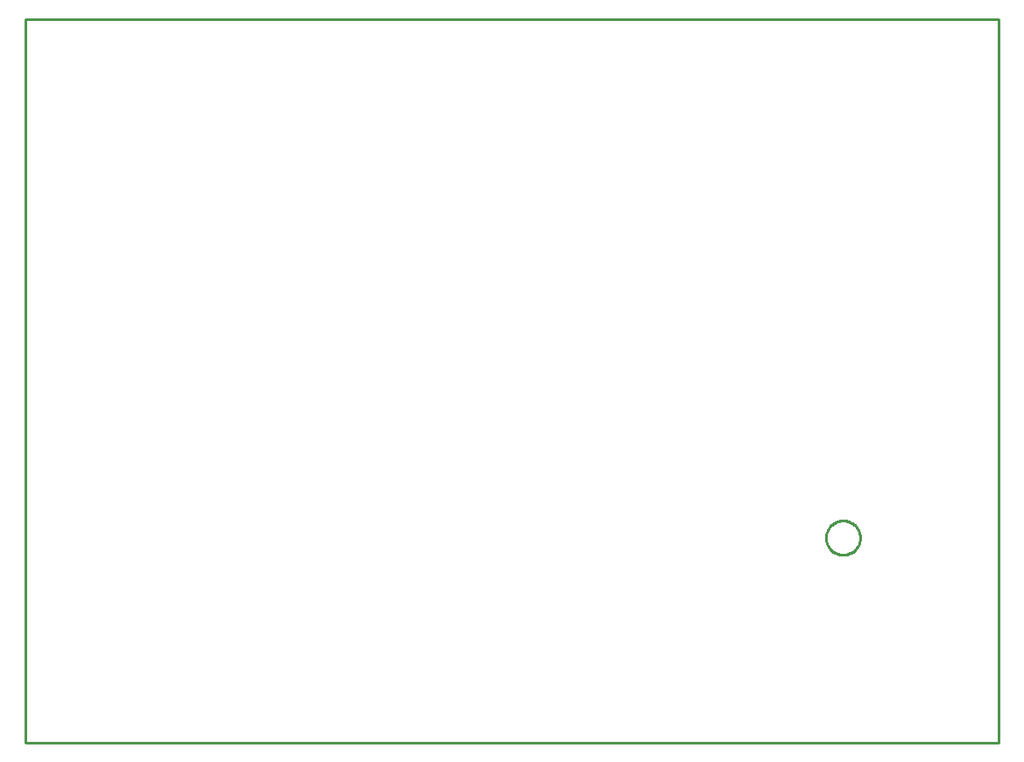
<source format=gbr>
G04 EAGLE Gerber RS-274X export*
G75*
%MOMM*%
%FSLAX34Y34*%
%LPD*%
%IN*%
%IPPOS*%
%AMOC8*
5,1,8,0,0,1.08239X$1,22.5*%
G01*
%ADD10C,0.254000*%


D10*
X0Y0D02*
X940000Y0D01*
X940000Y700000D01*
X0Y700000D01*
X0Y0D01*
X773465Y198680D02*
X773536Y199759D01*
X773677Y200831D01*
X773888Y201891D01*
X774167Y202935D01*
X774515Y203959D01*
X774929Y204957D01*
X775407Y205927D01*
X775947Y206863D01*
X776548Y207762D01*
X777206Y208619D01*
X777919Y209432D01*
X778683Y210197D01*
X779496Y210909D01*
X780353Y211567D01*
X781252Y212168D01*
X782188Y212708D01*
X783158Y213186D01*
X784156Y213600D01*
X785180Y213948D01*
X786224Y214227D01*
X787284Y214438D01*
X788356Y214579D01*
X789435Y214650D01*
X790515Y214650D01*
X791594Y214579D01*
X792666Y214438D01*
X793726Y214227D01*
X794770Y213948D01*
X795794Y213600D01*
X796792Y213186D01*
X797762Y212708D01*
X798698Y212168D01*
X799597Y211567D01*
X800454Y210909D01*
X801267Y210197D01*
X802032Y209432D01*
X802744Y208619D01*
X803402Y207762D01*
X804003Y206863D01*
X804543Y205927D01*
X805021Y204957D01*
X805435Y203959D01*
X805783Y202935D01*
X806062Y201891D01*
X806273Y200831D01*
X806414Y199759D01*
X806485Y198680D01*
X806485Y197600D01*
X806414Y196521D01*
X806273Y195449D01*
X806062Y194389D01*
X805783Y193345D01*
X805435Y192321D01*
X805021Y191323D01*
X804543Y190353D01*
X804003Y189417D01*
X803402Y188518D01*
X802744Y187661D01*
X802032Y186848D01*
X801267Y186084D01*
X800454Y185371D01*
X799597Y184713D01*
X798698Y184112D01*
X797762Y183572D01*
X796792Y183094D01*
X795794Y182680D01*
X794770Y182332D01*
X793726Y182053D01*
X792666Y181842D01*
X791594Y181701D01*
X790515Y181630D01*
X789435Y181630D01*
X788356Y181701D01*
X787284Y181842D01*
X786224Y182053D01*
X785180Y182332D01*
X784156Y182680D01*
X783158Y183094D01*
X782188Y183572D01*
X781252Y184112D01*
X780353Y184713D01*
X779496Y185371D01*
X778683Y186084D01*
X777919Y186848D01*
X777206Y187661D01*
X776548Y188518D01*
X775947Y189417D01*
X775407Y190353D01*
X774929Y191323D01*
X774515Y192321D01*
X774167Y193345D01*
X773888Y194389D01*
X773677Y195449D01*
X773536Y196521D01*
X773465Y197600D01*
X773465Y198680D01*
M02*

</source>
